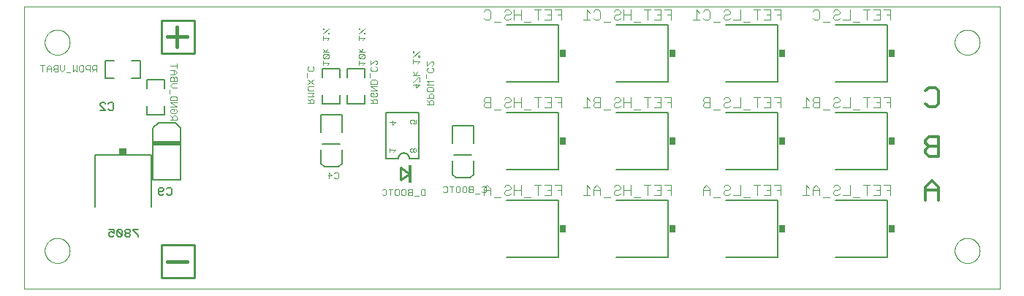
<source format=gbo>
G75*
%MOIN*%
%OFA0B0*%
%FSLAX25Y25*%
%IPPOS*%
%LPD*%
%AMOC8*
5,1,8,0,0,1.08239X$1,22.5*
%
%ADD10C,0.00000*%
%ADD11C,0.01800*%
%ADD12C,0.01000*%
%ADD13C,0.01200*%
%ADD14C,0.00500*%
%ADD15C,0.00800*%
%ADD16C,0.00400*%
%ADD17R,0.12000X0.02000*%
%ADD18R,0.01181X0.08268*%
%ADD19R,0.03000X0.03400*%
%ADD20R,0.03400X0.03000*%
%ADD21C,0.00300*%
D10*
X0006800Y0019300D02*
X0006800Y0148001D01*
X0451721Y0148001D01*
X0451721Y0019300D01*
X0006800Y0019300D01*
X0016091Y0036800D02*
X0016093Y0036951D01*
X0016099Y0037101D01*
X0016109Y0037252D01*
X0016123Y0037402D01*
X0016141Y0037551D01*
X0016162Y0037701D01*
X0016188Y0037849D01*
X0016218Y0037997D01*
X0016251Y0038144D01*
X0016289Y0038290D01*
X0016330Y0038435D01*
X0016375Y0038579D01*
X0016424Y0038721D01*
X0016477Y0038862D01*
X0016533Y0039002D01*
X0016593Y0039140D01*
X0016656Y0039277D01*
X0016724Y0039412D01*
X0016794Y0039545D01*
X0016868Y0039676D01*
X0016946Y0039805D01*
X0017027Y0039932D01*
X0017111Y0040057D01*
X0017199Y0040180D01*
X0017290Y0040300D01*
X0017384Y0040418D01*
X0017481Y0040533D01*
X0017581Y0040646D01*
X0017684Y0040756D01*
X0017790Y0040863D01*
X0017899Y0040968D01*
X0018010Y0041069D01*
X0018124Y0041168D01*
X0018240Y0041263D01*
X0018360Y0041356D01*
X0018481Y0041445D01*
X0018605Y0041531D01*
X0018731Y0041614D01*
X0018859Y0041693D01*
X0018989Y0041769D01*
X0019121Y0041842D01*
X0019255Y0041910D01*
X0019391Y0041976D01*
X0019529Y0042038D01*
X0019668Y0042096D01*
X0019808Y0042150D01*
X0019950Y0042201D01*
X0020093Y0042248D01*
X0020238Y0042291D01*
X0020383Y0042330D01*
X0020530Y0042366D01*
X0020677Y0042397D01*
X0020825Y0042425D01*
X0020974Y0042449D01*
X0021123Y0042469D01*
X0021273Y0042485D01*
X0021423Y0042497D01*
X0021574Y0042505D01*
X0021725Y0042509D01*
X0021875Y0042509D01*
X0022026Y0042505D01*
X0022177Y0042497D01*
X0022327Y0042485D01*
X0022477Y0042469D01*
X0022626Y0042449D01*
X0022775Y0042425D01*
X0022923Y0042397D01*
X0023070Y0042366D01*
X0023217Y0042330D01*
X0023362Y0042291D01*
X0023507Y0042248D01*
X0023650Y0042201D01*
X0023792Y0042150D01*
X0023932Y0042096D01*
X0024071Y0042038D01*
X0024209Y0041976D01*
X0024345Y0041910D01*
X0024479Y0041842D01*
X0024611Y0041769D01*
X0024741Y0041693D01*
X0024869Y0041614D01*
X0024995Y0041531D01*
X0025119Y0041445D01*
X0025240Y0041356D01*
X0025360Y0041263D01*
X0025476Y0041168D01*
X0025590Y0041069D01*
X0025701Y0040968D01*
X0025810Y0040863D01*
X0025916Y0040756D01*
X0026019Y0040646D01*
X0026119Y0040533D01*
X0026216Y0040418D01*
X0026310Y0040300D01*
X0026401Y0040180D01*
X0026489Y0040057D01*
X0026573Y0039932D01*
X0026654Y0039805D01*
X0026732Y0039676D01*
X0026806Y0039545D01*
X0026876Y0039412D01*
X0026944Y0039277D01*
X0027007Y0039140D01*
X0027067Y0039002D01*
X0027123Y0038862D01*
X0027176Y0038721D01*
X0027225Y0038579D01*
X0027270Y0038435D01*
X0027311Y0038290D01*
X0027349Y0038144D01*
X0027382Y0037997D01*
X0027412Y0037849D01*
X0027438Y0037701D01*
X0027459Y0037551D01*
X0027477Y0037402D01*
X0027491Y0037252D01*
X0027501Y0037101D01*
X0027507Y0036951D01*
X0027509Y0036800D01*
X0027507Y0036649D01*
X0027501Y0036499D01*
X0027491Y0036348D01*
X0027477Y0036198D01*
X0027459Y0036049D01*
X0027438Y0035899D01*
X0027412Y0035751D01*
X0027382Y0035603D01*
X0027349Y0035456D01*
X0027311Y0035310D01*
X0027270Y0035165D01*
X0027225Y0035021D01*
X0027176Y0034879D01*
X0027123Y0034738D01*
X0027067Y0034598D01*
X0027007Y0034460D01*
X0026944Y0034323D01*
X0026876Y0034188D01*
X0026806Y0034055D01*
X0026732Y0033924D01*
X0026654Y0033795D01*
X0026573Y0033668D01*
X0026489Y0033543D01*
X0026401Y0033420D01*
X0026310Y0033300D01*
X0026216Y0033182D01*
X0026119Y0033067D01*
X0026019Y0032954D01*
X0025916Y0032844D01*
X0025810Y0032737D01*
X0025701Y0032632D01*
X0025590Y0032531D01*
X0025476Y0032432D01*
X0025360Y0032337D01*
X0025240Y0032244D01*
X0025119Y0032155D01*
X0024995Y0032069D01*
X0024869Y0031986D01*
X0024741Y0031907D01*
X0024611Y0031831D01*
X0024479Y0031758D01*
X0024345Y0031690D01*
X0024209Y0031624D01*
X0024071Y0031562D01*
X0023932Y0031504D01*
X0023792Y0031450D01*
X0023650Y0031399D01*
X0023507Y0031352D01*
X0023362Y0031309D01*
X0023217Y0031270D01*
X0023070Y0031234D01*
X0022923Y0031203D01*
X0022775Y0031175D01*
X0022626Y0031151D01*
X0022477Y0031131D01*
X0022327Y0031115D01*
X0022177Y0031103D01*
X0022026Y0031095D01*
X0021875Y0031091D01*
X0021725Y0031091D01*
X0021574Y0031095D01*
X0021423Y0031103D01*
X0021273Y0031115D01*
X0021123Y0031131D01*
X0020974Y0031151D01*
X0020825Y0031175D01*
X0020677Y0031203D01*
X0020530Y0031234D01*
X0020383Y0031270D01*
X0020238Y0031309D01*
X0020093Y0031352D01*
X0019950Y0031399D01*
X0019808Y0031450D01*
X0019668Y0031504D01*
X0019529Y0031562D01*
X0019391Y0031624D01*
X0019255Y0031690D01*
X0019121Y0031758D01*
X0018989Y0031831D01*
X0018859Y0031907D01*
X0018731Y0031986D01*
X0018605Y0032069D01*
X0018481Y0032155D01*
X0018360Y0032244D01*
X0018240Y0032337D01*
X0018124Y0032432D01*
X0018010Y0032531D01*
X0017899Y0032632D01*
X0017790Y0032737D01*
X0017684Y0032844D01*
X0017581Y0032954D01*
X0017481Y0033067D01*
X0017384Y0033182D01*
X0017290Y0033300D01*
X0017199Y0033420D01*
X0017111Y0033543D01*
X0017027Y0033668D01*
X0016946Y0033795D01*
X0016868Y0033924D01*
X0016794Y0034055D01*
X0016724Y0034188D01*
X0016656Y0034323D01*
X0016593Y0034460D01*
X0016533Y0034598D01*
X0016477Y0034738D01*
X0016424Y0034879D01*
X0016375Y0035021D01*
X0016330Y0035165D01*
X0016289Y0035310D01*
X0016251Y0035456D01*
X0016218Y0035603D01*
X0016188Y0035751D01*
X0016162Y0035899D01*
X0016141Y0036049D01*
X0016123Y0036198D01*
X0016109Y0036348D01*
X0016099Y0036499D01*
X0016093Y0036649D01*
X0016091Y0036800D01*
X0016091Y0131800D02*
X0016093Y0131951D01*
X0016099Y0132101D01*
X0016109Y0132252D01*
X0016123Y0132402D01*
X0016141Y0132551D01*
X0016162Y0132701D01*
X0016188Y0132849D01*
X0016218Y0132997D01*
X0016251Y0133144D01*
X0016289Y0133290D01*
X0016330Y0133435D01*
X0016375Y0133579D01*
X0016424Y0133721D01*
X0016477Y0133862D01*
X0016533Y0134002D01*
X0016593Y0134140D01*
X0016656Y0134277D01*
X0016724Y0134412D01*
X0016794Y0134545D01*
X0016868Y0134676D01*
X0016946Y0134805D01*
X0017027Y0134932D01*
X0017111Y0135057D01*
X0017199Y0135180D01*
X0017290Y0135300D01*
X0017384Y0135418D01*
X0017481Y0135533D01*
X0017581Y0135646D01*
X0017684Y0135756D01*
X0017790Y0135863D01*
X0017899Y0135968D01*
X0018010Y0136069D01*
X0018124Y0136168D01*
X0018240Y0136263D01*
X0018360Y0136356D01*
X0018481Y0136445D01*
X0018605Y0136531D01*
X0018731Y0136614D01*
X0018859Y0136693D01*
X0018989Y0136769D01*
X0019121Y0136842D01*
X0019255Y0136910D01*
X0019391Y0136976D01*
X0019529Y0137038D01*
X0019668Y0137096D01*
X0019808Y0137150D01*
X0019950Y0137201D01*
X0020093Y0137248D01*
X0020238Y0137291D01*
X0020383Y0137330D01*
X0020530Y0137366D01*
X0020677Y0137397D01*
X0020825Y0137425D01*
X0020974Y0137449D01*
X0021123Y0137469D01*
X0021273Y0137485D01*
X0021423Y0137497D01*
X0021574Y0137505D01*
X0021725Y0137509D01*
X0021875Y0137509D01*
X0022026Y0137505D01*
X0022177Y0137497D01*
X0022327Y0137485D01*
X0022477Y0137469D01*
X0022626Y0137449D01*
X0022775Y0137425D01*
X0022923Y0137397D01*
X0023070Y0137366D01*
X0023217Y0137330D01*
X0023362Y0137291D01*
X0023507Y0137248D01*
X0023650Y0137201D01*
X0023792Y0137150D01*
X0023932Y0137096D01*
X0024071Y0137038D01*
X0024209Y0136976D01*
X0024345Y0136910D01*
X0024479Y0136842D01*
X0024611Y0136769D01*
X0024741Y0136693D01*
X0024869Y0136614D01*
X0024995Y0136531D01*
X0025119Y0136445D01*
X0025240Y0136356D01*
X0025360Y0136263D01*
X0025476Y0136168D01*
X0025590Y0136069D01*
X0025701Y0135968D01*
X0025810Y0135863D01*
X0025916Y0135756D01*
X0026019Y0135646D01*
X0026119Y0135533D01*
X0026216Y0135418D01*
X0026310Y0135300D01*
X0026401Y0135180D01*
X0026489Y0135057D01*
X0026573Y0134932D01*
X0026654Y0134805D01*
X0026732Y0134676D01*
X0026806Y0134545D01*
X0026876Y0134412D01*
X0026944Y0134277D01*
X0027007Y0134140D01*
X0027067Y0134002D01*
X0027123Y0133862D01*
X0027176Y0133721D01*
X0027225Y0133579D01*
X0027270Y0133435D01*
X0027311Y0133290D01*
X0027349Y0133144D01*
X0027382Y0132997D01*
X0027412Y0132849D01*
X0027438Y0132701D01*
X0027459Y0132551D01*
X0027477Y0132402D01*
X0027491Y0132252D01*
X0027501Y0132101D01*
X0027507Y0131951D01*
X0027509Y0131800D01*
X0027507Y0131649D01*
X0027501Y0131499D01*
X0027491Y0131348D01*
X0027477Y0131198D01*
X0027459Y0131049D01*
X0027438Y0130899D01*
X0027412Y0130751D01*
X0027382Y0130603D01*
X0027349Y0130456D01*
X0027311Y0130310D01*
X0027270Y0130165D01*
X0027225Y0130021D01*
X0027176Y0129879D01*
X0027123Y0129738D01*
X0027067Y0129598D01*
X0027007Y0129460D01*
X0026944Y0129323D01*
X0026876Y0129188D01*
X0026806Y0129055D01*
X0026732Y0128924D01*
X0026654Y0128795D01*
X0026573Y0128668D01*
X0026489Y0128543D01*
X0026401Y0128420D01*
X0026310Y0128300D01*
X0026216Y0128182D01*
X0026119Y0128067D01*
X0026019Y0127954D01*
X0025916Y0127844D01*
X0025810Y0127737D01*
X0025701Y0127632D01*
X0025590Y0127531D01*
X0025476Y0127432D01*
X0025360Y0127337D01*
X0025240Y0127244D01*
X0025119Y0127155D01*
X0024995Y0127069D01*
X0024869Y0126986D01*
X0024741Y0126907D01*
X0024611Y0126831D01*
X0024479Y0126758D01*
X0024345Y0126690D01*
X0024209Y0126624D01*
X0024071Y0126562D01*
X0023932Y0126504D01*
X0023792Y0126450D01*
X0023650Y0126399D01*
X0023507Y0126352D01*
X0023362Y0126309D01*
X0023217Y0126270D01*
X0023070Y0126234D01*
X0022923Y0126203D01*
X0022775Y0126175D01*
X0022626Y0126151D01*
X0022477Y0126131D01*
X0022327Y0126115D01*
X0022177Y0126103D01*
X0022026Y0126095D01*
X0021875Y0126091D01*
X0021725Y0126091D01*
X0021574Y0126095D01*
X0021423Y0126103D01*
X0021273Y0126115D01*
X0021123Y0126131D01*
X0020974Y0126151D01*
X0020825Y0126175D01*
X0020677Y0126203D01*
X0020530Y0126234D01*
X0020383Y0126270D01*
X0020238Y0126309D01*
X0020093Y0126352D01*
X0019950Y0126399D01*
X0019808Y0126450D01*
X0019668Y0126504D01*
X0019529Y0126562D01*
X0019391Y0126624D01*
X0019255Y0126690D01*
X0019121Y0126758D01*
X0018989Y0126831D01*
X0018859Y0126907D01*
X0018731Y0126986D01*
X0018605Y0127069D01*
X0018481Y0127155D01*
X0018360Y0127244D01*
X0018240Y0127337D01*
X0018124Y0127432D01*
X0018010Y0127531D01*
X0017899Y0127632D01*
X0017790Y0127737D01*
X0017684Y0127844D01*
X0017581Y0127954D01*
X0017481Y0128067D01*
X0017384Y0128182D01*
X0017290Y0128300D01*
X0017199Y0128420D01*
X0017111Y0128543D01*
X0017027Y0128668D01*
X0016946Y0128795D01*
X0016868Y0128924D01*
X0016794Y0129055D01*
X0016724Y0129188D01*
X0016656Y0129323D01*
X0016593Y0129460D01*
X0016533Y0129598D01*
X0016477Y0129738D01*
X0016424Y0129879D01*
X0016375Y0130021D01*
X0016330Y0130165D01*
X0016289Y0130310D01*
X0016251Y0130456D01*
X0016218Y0130603D01*
X0016188Y0130751D01*
X0016162Y0130899D01*
X0016141Y0131049D01*
X0016123Y0131198D01*
X0016109Y0131348D01*
X0016099Y0131499D01*
X0016093Y0131649D01*
X0016091Y0131800D01*
X0431091Y0131800D02*
X0431093Y0131951D01*
X0431099Y0132101D01*
X0431109Y0132252D01*
X0431123Y0132402D01*
X0431141Y0132551D01*
X0431162Y0132701D01*
X0431188Y0132849D01*
X0431218Y0132997D01*
X0431251Y0133144D01*
X0431289Y0133290D01*
X0431330Y0133435D01*
X0431375Y0133579D01*
X0431424Y0133721D01*
X0431477Y0133862D01*
X0431533Y0134002D01*
X0431593Y0134140D01*
X0431656Y0134277D01*
X0431724Y0134412D01*
X0431794Y0134545D01*
X0431868Y0134676D01*
X0431946Y0134805D01*
X0432027Y0134932D01*
X0432111Y0135057D01*
X0432199Y0135180D01*
X0432290Y0135300D01*
X0432384Y0135418D01*
X0432481Y0135533D01*
X0432581Y0135646D01*
X0432684Y0135756D01*
X0432790Y0135863D01*
X0432899Y0135968D01*
X0433010Y0136069D01*
X0433124Y0136168D01*
X0433240Y0136263D01*
X0433360Y0136356D01*
X0433481Y0136445D01*
X0433605Y0136531D01*
X0433731Y0136614D01*
X0433859Y0136693D01*
X0433989Y0136769D01*
X0434121Y0136842D01*
X0434255Y0136910D01*
X0434391Y0136976D01*
X0434529Y0137038D01*
X0434668Y0137096D01*
X0434808Y0137150D01*
X0434950Y0137201D01*
X0435093Y0137248D01*
X0435238Y0137291D01*
X0435383Y0137330D01*
X0435530Y0137366D01*
X0435677Y0137397D01*
X0435825Y0137425D01*
X0435974Y0137449D01*
X0436123Y0137469D01*
X0436273Y0137485D01*
X0436423Y0137497D01*
X0436574Y0137505D01*
X0436725Y0137509D01*
X0436875Y0137509D01*
X0437026Y0137505D01*
X0437177Y0137497D01*
X0437327Y0137485D01*
X0437477Y0137469D01*
X0437626Y0137449D01*
X0437775Y0137425D01*
X0437923Y0137397D01*
X0438070Y0137366D01*
X0438217Y0137330D01*
X0438362Y0137291D01*
X0438507Y0137248D01*
X0438650Y0137201D01*
X0438792Y0137150D01*
X0438932Y0137096D01*
X0439071Y0137038D01*
X0439209Y0136976D01*
X0439345Y0136910D01*
X0439479Y0136842D01*
X0439611Y0136769D01*
X0439741Y0136693D01*
X0439869Y0136614D01*
X0439995Y0136531D01*
X0440119Y0136445D01*
X0440240Y0136356D01*
X0440360Y0136263D01*
X0440476Y0136168D01*
X0440590Y0136069D01*
X0440701Y0135968D01*
X0440810Y0135863D01*
X0440916Y0135756D01*
X0441019Y0135646D01*
X0441119Y0135533D01*
X0441216Y0135418D01*
X0441310Y0135300D01*
X0441401Y0135180D01*
X0441489Y0135057D01*
X0441573Y0134932D01*
X0441654Y0134805D01*
X0441732Y0134676D01*
X0441806Y0134545D01*
X0441876Y0134412D01*
X0441944Y0134277D01*
X0442007Y0134140D01*
X0442067Y0134002D01*
X0442123Y0133862D01*
X0442176Y0133721D01*
X0442225Y0133579D01*
X0442270Y0133435D01*
X0442311Y0133290D01*
X0442349Y0133144D01*
X0442382Y0132997D01*
X0442412Y0132849D01*
X0442438Y0132701D01*
X0442459Y0132551D01*
X0442477Y0132402D01*
X0442491Y0132252D01*
X0442501Y0132101D01*
X0442507Y0131951D01*
X0442509Y0131800D01*
X0442507Y0131649D01*
X0442501Y0131499D01*
X0442491Y0131348D01*
X0442477Y0131198D01*
X0442459Y0131049D01*
X0442438Y0130899D01*
X0442412Y0130751D01*
X0442382Y0130603D01*
X0442349Y0130456D01*
X0442311Y0130310D01*
X0442270Y0130165D01*
X0442225Y0130021D01*
X0442176Y0129879D01*
X0442123Y0129738D01*
X0442067Y0129598D01*
X0442007Y0129460D01*
X0441944Y0129323D01*
X0441876Y0129188D01*
X0441806Y0129055D01*
X0441732Y0128924D01*
X0441654Y0128795D01*
X0441573Y0128668D01*
X0441489Y0128543D01*
X0441401Y0128420D01*
X0441310Y0128300D01*
X0441216Y0128182D01*
X0441119Y0128067D01*
X0441019Y0127954D01*
X0440916Y0127844D01*
X0440810Y0127737D01*
X0440701Y0127632D01*
X0440590Y0127531D01*
X0440476Y0127432D01*
X0440360Y0127337D01*
X0440240Y0127244D01*
X0440119Y0127155D01*
X0439995Y0127069D01*
X0439869Y0126986D01*
X0439741Y0126907D01*
X0439611Y0126831D01*
X0439479Y0126758D01*
X0439345Y0126690D01*
X0439209Y0126624D01*
X0439071Y0126562D01*
X0438932Y0126504D01*
X0438792Y0126450D01*
X0438650Y0126399D01*
X0438507Y0126352D01*
X0438362Y0126309D01*
X0438217Y0126270D01*
X0438070Y0126234D01*
X0437923Y0126203D01*
X0437775Y0126175D01*
X0437626Y0126151D01*
X0437477Y0126131D01*
X0437327Y0126115D01*
X0437177Y0126103D01*
X0437026Y0126095D01*
X0436875Y0126091D01*
X0436725Y0126091D01*
X0436574Y0126095D01*
X0436423Y0126103D01*
X0436273Y0126115D01*
X0436123Y0126131D01*
X0435974Y0126151D01*
X0435825Y0126175D01*
X0435677Y0126203D01*
X0435530Y0126234D01*
X0435383Y0126270D01*
X0435238Y0126309D01*
X0435093Y0126352D01*
X0434950Y0126399D01*
X0434808Y0126450D01*
X0434668Y0126504D01*
X0434529Y0126562D01*
X0434391Y0126624D01*
X0434255Y0126690D01*
X0434121Y0126758D01*
X0433989Y0126831D01*
X0433859Y0126907D01*
X0433731Y0126986D01*
X0433605Y0127069D01*
X0433481Y0127155D01*
X0433360Y0127244D01*
X0433240Y0127337D01*
X0433124Y0127432D01*
X0433010Y0127531D01*
X0432899Y0127632D01*
X0432790Y0127737D01*
X0432684Y0127844D01*
X0432581Y0127954D01*
X0432481Y0128067D01*
X0432384Y0128182D01*
X0432290Y0128300D01*
X0432199Y0128420D01*
X0432111Y0128543D01*
X0432027Y0128668D01*
X0431946Y0128795D01*
X0431868Y0128924D01*
X0431794Y0129055D01*
X0431724Y0129188D01*
X0431656Y0129323D01*
X0431593Y0129460D01*
X0431533Y0129598D01*
X0431477Y0129738D01*
X0431424Y0129879D01*
X0431375Y0130021D01*
X0431330Y0130165D01*
X0431289Y0130310D01*
X0431251Y0130456D01*
X0431218Y0130603D01*
X0431188Y0130751D01*
X0431162Y0130899D01*
X0431141Y0131049D01*
X0431123Y0131198D01*
X0431109Y0131348D01*
X0431099Y0131499D01*
X0431093Y0131649D01*
X0431091Y0131800D01*
X0431091Y0036800D02*
X0431093Y0036951D01*
X0431099Y0037101D01*
X0431109Y0037252D01*
X0431123Y0037402D01*
X0431141Y0037551D01*
X0431162Y0037701D01*
X0431188Y0037849D01*
X0431218Y0037997D01*
X0431251Y0038144D01*
X0431289Y0038290D01*
X0431330Y0038435D01*
X0431375Y0038579D01*
X0431424Y0038721D01*
X0431477Y0038862D01*
X0431533Y0039002D01*
X0431593Y0039140D01*
X0431656Y0039277D01*
X0431724Y0039412D01*
X0431794Y0039545D01*
X0431868Y0039676D01*
X0431946Y0039805D01*
X0432027Y0039932D01*
X0432111Y0040057D01*
X0432199Y0040180D01*
X0432290Y0040300D01*
X0432384Y0040418D01*
X0432481Y0040533D01*
X0432581Y0040646D01*
X0432684Y0040756D01*
X0432790Y0040863D01*
X0432899Y0040968D01*
X0433010Y0041069D01*
X0433124Y0041168D01*
X0433240Y0041263D01*
X0433360Y0041356D01*
X0433481Y0041445D01*
X0433605Y0041531D01*
X0433731Y0041614D01*
X0433859Y0041693D01*
X0433989Y0041769D01*
X0434121Y0041842D01*
X0434255Y0041910D01*
X0434391Y0041976D01*
X0434529Y0042038D01*
X0434668Y0042096D01*
X0434808Y0042150D01*
X0434950Y0042201D01*
X0435093Y0042248D01*
X0435238Y0042291D01*
X0435383Y0042330D01*
X0435530Y0042366D01*
X0435677Y0042397D01*
X0435825Y0042425D01*
X0435974Y0042449D01*
X0436123Y0042469D01*
X0436273Y0042485D01*
X0436423Y0042497D01*
X0436574Y0042505D01*
X0436725Y0042509D01*
X0436875Y0042509D01*
X0437026Y0042505D01*
X0437177Y0042497D01*
X0437327Y0042485D01*
X0437477Y0042469D01*
X0437626Y0042449D01*
X0437775Y0042425D01*
X0437923Y0042397D01*
X0438070Y0042366D01*
X0438217Y0042330D01*
X0438362Y0042291D01*
X0438507Y0042248D01*
X0438650Y0042201D01*
X0438792Y0042150D01*
X0438932Y0042096D01*
X0439071Y0042038D01*
X0439209Y0041976D01*
X0439345Y0041910D01*
X0439479Y0041842D01*
X0439611Y0041769D01*
X0439741Y0041693D01*
X0439869Y0041614D01*
X0439995Y0041531D01*
X0440119Y0041445D01*
X0440240Y0041356D01*
X0440360Y0041263D01*
X0440476Y0041168D01*
X0440590Y0041069D01*
X0440701Y0040968D01*
X0440810Y0040863D01*
X0440916Y0040756D01*
X0441019Y0040646D01*
X0441119Y0040533D01*
X0441216Y0040418D01*
X0441310Y0040300D01*
X0441401Y0040180D01*
X0441489Y0040057D01*
X0441573Y0039932D01*
X0441654Y0039805D01*
X0441732Y0039676D01*
X0441806Y0039545D01*
X0441876Y0039412D01*
X0441944Y0039277D01*
X0442007Y0039140D01*
X0442067Y0039002D01*
X0442123Y0038862D01*
X0442176Y0038721D01*
X0442225Y0038579D01*
X0442270Y0038435D01*
X0442311Y0038290D01*
X0442349Y0038144D01*
X0442382Y0037997D01*
X0442412Y0037849D01*
X0442438Y0037701D01*
X0442459Y0037551D01*
X0442477Y0037402D01*
X0442491Y0037252D01*
X0442501Y0037101D01*
X0442507Y0036951D01*
X0442509Y0036800D01*
X0442507Y0036649D01*
X0442501Y0036499D01*
X0442491Y0036348D01*
X0442477Y0036198D01*
X0442459Y0036049D01*
X0442438Y0035899D01*
X0442412Y0035751D01*
X0442382Y0035603D01*
X0442349Y0035456D01*
X0442311Y0035310D01*
X0442270Y0035165D01*
X0442225Y0035021D01*
X0442176Y0034879D01*
X0442123Y0034738D01*
X0442067Y0034598D01*
X0442007Y0034460D01*
X0441944Y0034323D01*
X0441876Y0034188D01*
X0441806Y0034055D01*
X0441732Y0033924D01*
X0441654Y0033795D01*
X0441573Y0033668D01*
X0441489Y0033543D01*
X0441401Y0033420D01*
X0441310Y0033300D01*
X0441216Y0033182D01*
X0441119Y0033067D01*
X0441019Y0032954D01*
X0440916Y0032844D01*
X0440810Y0032737D01*
X0440701Y0032632D01*
X0440590Y0032531D01*
X0440476Y0032432D01*
X0440360Y0032337D01*
X0440240Y0032244D01*
X0440119Y0032155D01*
X0439995Y0032069D01*
X0439869Y0031986D01*
X0439741Y0031907D01*
X0439611Y0031831D01*
X0439479Y0031758D01*
X0439345Y0031690D01*
X0439209Y0031624D01*
X0439071Y0031562D01*
X0438932Y0031504D01*
X0438792Y0031450D01*
X0438650Y0031399D01*
X0438507Y0031352D01*
X0438362Y0031309D01*
X0438217Y0031270D01*
X0438070Y0031234D01*
X0437923Y0031203D01*
X0437775Y0031175D01*
X0437626Y0031151D01*
X0437477Y0031131D01*
X0437327Y0031115D01*
X0437177Y0031103D01*
X0437026Y0031095D01*
X0436875Y0031091D01*
X0436725Y0031091D01*
X0436574Y0031095D01*
X0436423Y0031103D01*
X0436273Y0031115D01*
X0436123Y0031131D01*
X0435974Y0031151D01*
X0435825Y0031175D01*
X0435677Y0031203D01*
X0435530Y0031234D01*
X0435383Y0031270D01*
X0435238Y0031309D01*
X0435093Y0031352D01*
X0434950Y0031399D01*
X0434808Y0031450D01*
X0434668Y0031504D01*
X0434529Y0031562D01*
X0434391Y0031624D01*
X0434255Y0031690D01*
X0434121Y0031758D01*
X0433989Y0031831D01*
X0433859Y0031907D01*
X0433731Y0031986D01*
X0433605Y0032069D01*
X0433481Y0032155D01*
X0433360Y0032244D01*
X0433240Y0032337D01*
X0433124Y0032432D01*
X0433010Y0032531D01*
X0432899Y0032632D01*
X0432790Y0032737D01*
X0432684Y0032844D01*
X0432581Y0032954D01*
X0432481Y0033067D01*
X0432384Y0033182D01*
X0432290Y0033300D01*
X0432199Y0033420D01*
X0432111Y0033543D01*
X0432027Y0033668D01*
X0431946Y0033795D01*
X0431868Y0033924D01*
X0431794Y0034055D01*
X0431724Y0034188D01*
X0431656Y0034323D01*
X0431593Y0034460D01*
X0431533Y0034598D01*
X0431477Y0034738D01*
X0431424Y0034879D01*
X0431375Y0035021D01*
X0431330Y0035165D01*
X0431289Y0035310D01*
X0431251Y0035456D01*
X0431218Y0035603D01*
X0431188Y0035751D01*
X0431162Y0035899D01*
X0431141Y0036049D01*
X0431123Y0036198D01*
X0431109Y0036348D01*
X0431099Y0036499D01*
X0431093Y0036649D01*
X0431091Y0036800D01*
D11*
X0080900Y0031806D02*
X0072092Y0031806D01*
X0076496Y0129902D02*
X0076496Y0138709D01*
X0080900Y0134306D02*
X0072092Y0134306D01*
D12*
X0069300Y0141800D02*
X0069300Y0126800D01*
X0084300Y0126800D01*
X0084300Y0141800D01*
X0069300Y0141800D01*
X0178316Y0074753D02*
X0178316Y0069044D01*
X0182450Y0071800D01*
X0178316Y0074753D01*
X0084300Y0039300D02*
X0084300Y0024300D01*
X0069300Y0024300D01*
X0069300Y0039300D01*
X0084300Y0039300D01*
D13*
X0417828Y0059900D02*
X0417828Y0065772D01*
X0420764Y0068708D01*
X0423700Y0065772D01*
X0423700Y0059900D01*
X0423700Y0064304D02*
X0417828Y0064304D01*
X0419296Y0079900D02*
X0423700Y0079900D01*
X0423700Y0088708D01*
X0419296Y0088708D01*
X0417828Y0087240D01*
X0417828Y0085772D01*
X0419296Y0084304D01*
X0423700Y0084304D01*
X0419296Y0084304D02*
X0417828Y0082836D01*
X0417828Y0081368D01*
X0419296Y0079900D01*
X0419296Y0102400D02*
X0417828Y0103868D01*
X0419296Y0102400D02*
X0422232Y0102400D01*
X0423700Y0103868D01*
X0423700Y0109740D01*
X0422232Y0111208D01*
X0419296Y0111208D01*
X0417828Y0109740D01*
D14*
X0210800Y0080300D02*
X0202800Y0080300D01*
X0186800Y0078800D02*
X0186800Y0099800D01*
X0171800Y0099800D01*
X0171800Y0078800D01*
X0177300Y0078800D01*
X0177302Y0078898D01*
X0177308Y0078996D01*
X0177317Y0079094D01*
X0177331Y0079191D01*
X0177348Y0079288D01*
X0177369Y0079384D01*
X0177394Y0079479D01*
X0177422Y0079573D01*
X0177455Y0079665D01*
X0177490Y0079757D01*
X0177530Y0079847D01*
X0177572Y0079935D01*
X0177619Y0080022D01*
X0177668Y0080106D01*
X0177721Y0080189D01*
X0177777Y0080269D01*
X0177837Y0080348D01*
X0177899Y0080424D01*
X0177964Y0080497D01*
X0178032Y0080568D01*
X0178103Y0080636D01*
X0178176Y0080701D01*
X0178252Y0080763D01*
X0178331Y0080823D01*
X0178411Y0080879D01*
X0178494Y0080932D01*
X0178578Y0080981D01*
X0178665Y0081028D01*
X0178753Y0081070D01*
X0178843Y0081110D01*
X0178935Y0081145D01*
X0179027Y0081178D01*
X0179121Y0081206D01*
X0179216Y0081231D01*
X0179312Y0081252D01*
X0179409Y0081269D01*
X0179506Y0081283D01*
X0179604Y0081292D01*
X0179702Y0081298D01*
X0179800Y0081300D01*
X0179898Y0081298D01*
X0179996Y0081292D01*
X0180094Y0081283D01*
X0180191Y0081269D01*
X0180288Y0081252D01*
X0180384Y0081231D01*
X0180479Y0081206D01*
X0180573Y0081178D01*
X0180665Y0081145D01*
X0180757Y0081110D01*
X0180847Y0081070D01*
X0180935Y0081028D01*
X0181022Y0080981D01*
X0181106Y0080932D01*
X0181189Y0080879D01*
X0181269Y0080823D01*
X0181348Y0080763D01*
X0181424Y0080701D01*
X0181497Y0080636D01*
X0181568Y0080568D01*
X0181636Y0080497D01*
X0181701Y0080424D01*
X0181763Y0080348D01*
X0181823Y0080269D01*
X0181879Y0080189D01*
X0181932Y0080106D01*
X0181981Y0080022D01*
X0182028Y0079935D01*
X0182070Y0079847D01*
X0182110Y0079757D01*
X0182145Y0079665D01*
X0182178Y0079573D01*
X0182206Y0079479D01*
X0182231Y0079384D01*
X0182252Y0079288D01*
X0182269Y0079191D01*
X0182283Y0079094D01*
X0182292Y0078996D01*
X0182298Y0078898D01*
X0182300Y0078800D01*
X0186800Y0078800D01*
X0150800Y0085300D02*
X0142800Y0085300D01*
X0142800Y0103800D02*
X0142800Y0107800D01*
X0142800Y0103800D02*
X0150800Y0103800D01*
X0150800Y0107800D01*
X0154050Y0107800D02*
X0154050Y0103800D01*
X0162050Y0103800D01*
X0162050Y0107800D01*
X0162050Y0115800D02*
X0162050Y0119800D01*
X0154050Y0119800D01*
X0154050Y0115800D01*
X0150800Y0115800D02*
X0150800Y0119800D01*
X0142800Y0119800D01*
X0142800Y0115800D01*
X0078099Y0092824D02*
X0075737Y0095186D01*
X0067863Y0095186D01*
X0065501Y0092824D01*
X0065501Y0069202D01*
X0078099Y0069202D01*
X0078099Y0092824D01*
X0070800Y0098800D02*
X0062800Y0098800D01*
X0062800Y0102800D01*
X0070800Y0102800D02*
X0070800Y0098800D01*
X0047479Y0101439D02*
X0046895Y0100855D01*
X0045728Y0100855D01*
X0045144Y0101439D01*
X0043796Y0100855D02*
X0041461Y0103190D01*
X0041461Y0103774D01*
X0042045Y0104358D01*
X0043212Y0104358D01*
X0043796Y0103774D01*
X0045144Y0103774D02*
X0045728Y0104358D01*
X0046895Y0104358D01*
X0047479Y0103774D01*
X0047479Y0101439D01*
X0043796Y0100855D02*
X0041461Y0100855D01*
X0062800Y0110800D02*
X0062800Y0114800D01*
X0070800Y0114800D01*
X0070800Y0110800D01*
X0059800Y0115300D02*
X0055800Y0115300D01*
X0059800Y0115300D02*
X0059800Y0123300D01*
X0055800Y0123300D01*
X0047800Y0123300D02*
X0043800Y0123300D01*
X0043800Y0115300D01*
X0047800Y0115300D01*
X0068615Y0065553D02*
X0069783Y0065553D01*
X0070367Y0064969D01*
X0070367Y0064385D01*
X0069783Y0063801D01*
X0068032Y0063801D01*
X0068032Y0062634D02*
X0068032Y0064969D01*
X0068615Y0065553D01*
X0071715Y0064969D02*
X0072299Y0065553D01*
X0073466Y0065553D01*
X0074050Y0064969D01*
X0074050Y0062634D01*
X0073466Y0062050D01*
X0072299Y0062050D01*
X0071715Y0062634D01*
X0070367Y0062634D02*
X0069783Y0062050D01*
X0068615Y0062050D01*
X0068032Y0062634D01*
X0058783Y0046553D02*
X0056447Y0046553D01*
X0056447Y0045969D01*
X0058783Y0043634D01*
X0058783Y0043050D01*
X0055099Y0043634D02*
X0055099Y0044218D01*
X0054516Y0044801D01*
X0053348Y0044801D01*
X0052764Y0044218D01*
X0052764Y0043634D01*
X0053348Y0043050D01*
X0054516Y0043050D01*
X0055099Y0043634D01*
X0054516Y0044801D02*
X0055099Y0045385D01*
X0055099Y0045969D01*
X0054516Y0046553D01*
X0053348Y0046553D01*
X0052764Y0045969D01*
X0052764Y0045385D01*
X0053348Y0044801D01*
X0051416Y0043634D02*
X0051416Y0045969D01*
X0050832Y0046553D01*
X0049665Y0046553D01*
X0049081Y0045969D01*
X0051416Y0043634D01*
X0050832Y0043050D01*
X0049665Y0043050D01*
X0049081Y0043634D01*
X0049081Y0045969D01*
X0047733Y0046553D02*
X0047733Y0044801D01*
X0046566Y0045385D01*
X0045982Y0045385D01*
X0045398Y0044801D01*
X0045398Y0043634D01*
X0045982Y0043050D01*
X0047149Y0043050D01*
X0047733Y0043634D01*
X0047733Y0046553D02*
X0045398Y0046553D01*
D15*
X0038900Y0056700D02*
X0038898Y0080300D01*
X0064702Y0080300D01*
X0064700Y0056700D01*
X0142076Y0076564D02*
X0142076Y0082863D01*
X0151524Y0082863D02*
X0151524Y0076564D01*
X0149950Y0074989D01*
X0143650Y0074989D01*
X0142076Y0076564D01*
X0142076Y0090737D02*
X0142076Y0098611D01*
X0151524Y0098611D01*
X0151524Y0090737D01*
X0202076Y0093611D02*
X0202076Y0085737D01*
X0211524Y0085737D02*
X0211524Y0093611D01*
X0202076Y0093611D01*
X0226700Y0099700D02*
X0250300Y0099702D01*
X0250300Y0073898D01*
X0226700Y0073900D01*
X0211524Y0071564D02*
X0209950Y0069989D01*
X0203650Y0069989D01*
X0202076Y0071564D01*
X0202076Y0077863D01*
X0211524Y0077863D02*
X0211524Y0071564D01*
X0226700Y0059700D02*
X0250300Y0059702D01*
X0250300Y0033898D01*
X0226700Y0033900D01*
X0276700Y0033900D02*
X0300300Y0033898D01*
X0300300Y0059702D01*
X0276700Y0059700D01*
X0276700Y0073900D02*
X0300300Y0073898D01*
X0300300Y0099702D01*
X0276700Y0099700D01*
X0276700Y0113900D02*
X0300300Y0113898D01*
X0300300Y0139702D01*
X0276700Y0139700D01*
X0250300Y0139702D02*
X0226700Y0139700D01*
X0250300Y0139702D02*
X0250300Y0113898D01*
X0226700Y0113900D01*
X0326700Y0113900D02*
X0350300Y0113898D01*
X0350300Y0139702D01*
X0326700Y0139700D01*
X0376700Y0139700D02*
X0400300Y0139702D01*
X0400300Y0113898D01*
X0376700Y0113900D01*
X0376700Y0099700D02*
X0400300Y0099702D01*
X0400300Y0073898D01*
X0376700Y0073900D01*
X0350300Y0073898D02*
X0350300Y0099702D01*
X0326700Y0099700D01*
X0326700Y0073900D02*
X0350300Y0073898D01*
X0350300Y0059702D02*
X0326700Y0059700D01*
X0350300Y0059702D02*
X0350300Y0033898D01*
X0326700Y0033900D01*
X0376700Y0033900D02*
X0400300Y0033898D01*
X0400300Y0059702D01*
X0376700Y0059700D01*
D16*
X0373976Y0061233D02*
X0370907Y0061233D01*
X0369373Y0062000D02*
X0369373Y0065069D01*
X0367838Y0066604D01*
X0366303Y0065069D01*
X0366303Y0062000D01*
X0364769Y0062000D02*
X0361699Y0062000D01*
X0363234Y0062000D02*
X0363234Y0066604D01*
X0364769Y0065069D01*
X0366303Y0064302D02*
X0369373Y0064302D01*
X0375511Y0063535D02*
X0375511Y0062767D01*
X0376278Y0062000D01*
X0377813Y0062000D01*
X0378580Y0062767D01*
X0377813Y0064302D02*
X0376278Y0064302D01*
X0375511Y0063535D01*
X0375511Y0065837D02*
X0376278Y0066604D01*
X0377813Y0066604D01*
X0378580Y0065837D01*
X0378580Y0065069D01*
X0377813Y0064302D01*
X0380115Y0062000D02*
X0383184Y0062000D01*
X0383184Y0066604D01*
X0389323Y0066604D02*
X0392392Y0066604D01*
X0390858Y0066604D02*
X0390858Y0062000D01*
X0393927Y0062000D02*
X0396996Y0062000D01*
X0396996Y0066604D01*
X0393927Y0066604D01*
X0395461Y0064302D02*
X0396996Y0064302D01*
X0398531Y0066604D02*
X0401600Y0066604D01*
X0401600Y0062000D01*
X0401600Y0064302D02*
X0400065Y0064302D01*
X0387788Y0061233D02*
X0384719Y0061233D01*
X0351600Y0062000D02*
X0351600Y0066604D01*
X0348531Y0066604D01*
X0346996Y0066604D02*
X0346996Y0062000D01*
X0343927Y0062000D01*
X0345461Y0064302D02*
X0346996Y0064302D01*
X0346996Y0066604D02*
X0343927Y0066604D01*
X0342392Y0066604D02*
X0339323Y0066604D01*
X0340858Y0066604D02*
X0340858Y0062000D01*
X0337788Y0061233D02*
X0334719Y0061233D01*
X0333184Y0062000D02*
X0330115Y0062000D01*
X0328580Y0062767D02*
X0327813Y0062000D01*
X0326278Y0062000D01*
X0325511Y0062767D01*
X0325511Y0063535D01*
X0326278Y0064302D01*
X0327813Y0064302D01*
X0328580Y0065069D01*
X0328580Y0065837D01*
X0327813Y0066604D01*
X0326278Y0066604D01*
X0325511Y0065837D01*
X0319373Y0065069D02*
X0317838Y0066604D01*
X0316303Y0065069D01*
X0316303Y0062000D01*
X0316303Y0064302D02*
X0319373Y0064302D01*
X0319373Y0065069D02*
X0319373Y0062000D01*
X0320907Y0061233D02*
X0323976Y0061233D01*
X0333184Y0062000D02*
X0333184Y0066604D01*
X0350065Y0064302D02*
X0351600Y0064302D01*
X0301600Y0064302D02*
X0300065Y0064302D01*
X0301600Y0066604D02*
X0298531Y0066604D01*
X0296996Y0066604D02*
X0296996Y0062000D01*
X0293927Y0062000D01*
X0295461Y0064302D02*
X0296996Y0064302D01*
X0296996Y0066604D02*
X0293927Y0066604D01*
X0292392Y0066604D02*
X0289323Y0066604D01*
X0290858Y0066604D02*
X0290858Y0062000D01*
X0287788Y0061233D02*
X0284719Y0061233D01*
X0283184Y0062000D02*
X0283184Y0066604D01*
X0283184Y0064302D02*
X0280115Y0064302D01*
X0278580Y0065069D02*
X0277813Y0064302D01*
X0276278Y0064302D01*
X0275511Y0063535D01*
X0275511Y0062767D01*
X0276278Y0062000D01*
X0277813Y0062000D01*
X0278580Y0062767D01*
X0280115Y0062000D02*
X0280115Y0066604D01*
X0278580Y0065837D02*
X0278580Y0065069D01*
X0278580Y0065837D02*
X0277813Y0066604D01*
X0276278Y0066604D01*
X0275511Y0065837D01*
X0269373Y0065069D02*
X0267838Y0066604D01*
X0266303Y0065069D01*
X0266303Y0062000D01*
X0264769Y0062000D02*
X0261699Y0062000D01*
X0263234Y0062000D02*
X0263234Y0066604D01*
X0264769Y0065069D01*
X0266303Y0064302D02*
X0269373Y0064302D01*
X0269373Y0065069D02*
X0269373Y0062000D01*
X0270907Y0061233D02*
X0273976Y0061233D01*
X0251600Y0062000D02*
X0251600Y0066604D01*
X0248531Y0066604D01*
X0246996Y0066604D02*
X0246996Y0062000D01*
X0243927Y0062000D01*
X0245461Y0064302D02*
X0246996Y0064302D01*
X0246996Y0066604D02*
X0243927Y0066604D01*
X0242392Y0066604D02*
X0239323Y0066604D01*
X0240858Y0066604D02*
X0240858Y0062000D01*
X0237788Y0061233D02*
X0234719Y0061233D01*
X0233184Y0062000D02*
X0233184Y0066604D01*
X0233184Y0064302D02*
X0230115Y0064302D01*
X0228580Y0065069D02*
X0227813Y0064302D01*
X0226278Y0064302D01*
X0225511Y0063535D01*
X0225511Y0062767D01*
X0226278Y0062000D01*
X0227813Y0062000D01*
X0228580Y0062767D01*
X0230115Y0062000D02*
X0230115Y0066604D01*
X0228580Y0065837D02*
X0228580Y0065069D01*
X0228580Y0065837D02*
X0227813Y0066604D01*
X0226278Y0066604D01*
X0225511Y0065837D01*
X0219373Y0065069D02*
X0217838Y0066604D01*
X0216303Y0065069D01*
X0216303Y0062000D01*
X0216759Y0063363D02*
X0215824Y0063363D01*
X0215357Y0063830D01*
X0216303Y0064302D02*
X0219373Y0064302D01*
X0219373Y0065069D02*
X0219373Y0062000D01*
X0220907Y0061233D02*
X0223976Y0061233D01*
X0217226Y0063830D02*
X0216759Y0063363D01*
X0217226Y0063830D02*
X0217226Y0065698D01*
X0216759Y0066165D01*
X0215824Y0066165D01*
X0215357Y0065698D01*
X0211333Y0066165D02*
X0209931Y0066165D01*
X0209464Y0065698D01*
X0209464Y0065231D01*
X0209931Y0064764D01*
X0211333Y0064764D01*
X0211333Y0063363D02*
X0209931Y0063363D01*
X0209464Y0063830D01*
X0209464Y0064297D01*
X0209931Y0064764D01*
X0208386Y0063830D02*
X0207919Y0063363D01*
X0206985Y0063363D01*
X0206518Y0063830D01*
X0206518Y0065698D01*
X0206985Y0066165D01*
X0207919Y0066165D01*
X0208386Y0065698D01*
X0208386Y0063830D01*
X0205440Y0063830D02*
X0204972Y0063363D01*
X0204038Y0063363D01*
X0203571Y0063830D01*
X0203571Y0065698D01*
X0204038Y0066165D01*
X0204972Y0066165D01*
X0205440Y0065698D01*
X0205440Y0063830D01*
X0202493Y0066165D02*
X0200625Y0066165D01*
X0201559Y0066165D02*
X0201559Y0063363D01*
X0199547Y0063830D02*
X0199079Y0063363D01*
X0198145Y0063363D01*
X0197678Y0063830D01*
X0197678Y0065698D02*
X0198145Y0066165D01*
X0199079Y0066165D01*
X0199547Y0065698D01*
X0199547Y0063830D01*
X0211333Y0063363D02*
X0211333Y0066165D01*
X0212411Y0062896D02*
X0214279Y0062896D01*
X0189494Y0062063D02*
X0188093Y0062063D01*
X0187625Y0062530D01*
X0187625Y0064398D01*
X0188093Y0064865D01*
X0189494Y0064865D01*
X0189494Y0062063D01*
X0186547Y0061596D02*
X0184679Y0061596D01*
X0183601Y0062063D02*
X0182199Y0062063D01*
X0181732Y0062530D01*
X0181732Y0062997D01*
X0182199Y0063464D01*
X0183601Y0063464D01*
X0183601Y0062063D02*
X0183601Y0064865D01*
X0182199Y0064865D01*
X0181732Y0064398D01*
X0181732Y0063931D01*
X0182199Y0063464D01*
X0180654Y0062530D02*
X0180187Y0062063D01*
X0179253Y0062063D01*
X0178786Y0062530D01*
X0178786Y0064398D01*
X0179253Y0064865D01*
X0180187Y0064865D01*
X0180654Y0064398D01*
X0180654Y0062530D01*
X0177708Y0062530D02*
X0177241Y0062063D01*
X0176306Y0062063D01*
X0175839Y0062530D01*
X0175839Y0064398D01*
X0176306Y0064865D01*
X0177241Y0064865D01*
X0177708Y0064398D01*
X0177708Y0062530D01*
X0174761Y0064865D02*
X0172893Y0064865D01*
X0173827Y0064865D02*
X0173827Y0062063D01*
X0171815Y0062530D02*
X0171815Y0064398D01*
X0171348Y0064865D01*
X0170413Y0064865D01*
X0169946Y0064398D01*
X0169946Y0062530D02*
X0170413Y0062063D01*
X0171348Y0062063D01*
X0171815Y0062530D01*
X0149993Y0070080D02*
X0149526Y0069613D01*
X0148592Y0069613D01*
X0148125Y0070080D01*
X0147047Y0071014D02*
X0145178Y0071014D01*
X0145645Y0069613D02*
X0145645Y0072415D01*
X0147047Y0071014D01*
X0148125Y0071948D02*
X0148592Y0072415D01*
X0149526Y0072415D01*
X0149993Y0071948D01*
X0149993Y0070080D01*
X0173300Y0081800D02*
X0173300Y0083535D01*
X0173300Y0082667D02*
X0175902Y0082667D01*
X0175035Y0081800D01*
X0182800Y0082234D02*
X0183234Y0081800D01*
X0183667Y0081800D01*
X0184101Y0082234D01*
X0184101Y0083101D01*
X0183667Y0083535D01*
X0183234Y0083535D01*
X0182800Y0083101D01*
X0182800Y0082234D01*
X0184101Y0082234D02*
X0184535Y0081800D01*
X0184969Y0081800D01*
X0185402Y0082234D01*
X0185402Y0083101D01*
X0184969Y0083535D01*
X0184535Y0083535D01*
X0184101Y0083101D01*
X0184101Y0094700D02*
X0184535Y0095567D01*
X0184535Y0096001D01*
X0184101Y0096435D01*
X0183234Y0096435D01*
X0182800Y0096001D01*
X0182800Y0095134D01*
X0183234Y0094700D01*
X0184101Y0094700D02*
X0185402Y0094700D01*
X0185402Y0096435D01*
X0175902Y0095501D02*
X0174601Y0094200D01*
X0174601Y0095935D01*
X0173300Y0095501D02*
X0175902Y0095501D01*
X0167552Y0104000D02*
X0164750Y0104000D01*
X0165684Y0104000D02*
X0165684Y0105401D01*
X0166151Y0105868D01*
X0167085Y0105868D01*
X0167552Y0105401D01*
X0167552Y0104000D01*
X0165684Y0104934D02*
X0164750Y0105868D01*
X0165217Y0106947D02*
X0164750Y0107414D01*
X0164750Y0108348D01*
X0165217Y0108815D01*
X0166151Y0108815D01*
X0166151Y0107881D01*
X0167085Y0108815D02*
X0167552Y0108348D01*
X0167552Y0107414D01*
X0167085Y0106947D01*
X0165217Y0106947D01*
X0164750Y0109893D02*
X0167552Y0109893D01*
X0164750Y0111761D01*
X0167552Y0111761D01*
X0167552Y0112840D02*
X0164750Y0112840D01*
X0164750Y0114241D01*
X0165217Y0114708D01*
X0167085Y0114708D01*
X0167552Y0114241D01*
X0167552Y0112840D01*
X0164283Y0115786D02*
X0164283Y0117654D01*
X0165217Y0118733D02*
X0164750Y0119200D01*
X0164750Y0120134D01*
X0165217Y0120601D01*
X0164750Y0121679D02*
X0166618Y0123547D01*
X0167085Y0123547D01*
X0167552Y0123080D01*
X0167552Y0122146D01*
X0167085Y0121679D01*
X0167085Y0120601D02*
X0167552Y0120134D01*
X0167552Y0119200D01*
X0167085Y0118733D01*
X0165217Y0118733D01*
X0164750Y0121679D02*
X0164750Y0123547D01*
X0162052Y0122434D02*
X0161118Y0121500D01*
X0162052Y0122434D02*
X0159250Y0122434D01*
X0159250Y0121500D02*
X0159250Y0123368D01*
X0159717Y0124447D02*
X0161585Y0126315D01*
X0159717Y0126315D01*
X0159250Y0125848D01*
X0159250Y0124914D01*
X0159717Y0124447D01*
X0161585Y0124447D01*
X0162052Y0124914D01*
X0162052Y0125848D01*
X0161585Y0126315D01*
X0162052Y0127393D02*
X0159250Y0127393D01*
X0160184Y0127393D02*
X0161118Y0128794D01*
X0160184Y0127393D02*
X0159250Y0128794D01*
X0159250Y0132795D02*
X0159250Y0134663D01*
X0159250Y0133729D02*
X0162052Y0133729D01*
X0161118Y0132795D01*
X0161585Y0135741D02*
X0162052Y0135741D01*
X0162052Y0136209D01*
X0161585Y0136209D01*
X0161585Y0135741D01*
X0159250Y0135741D02*
X0162052Y0138077D01*
X0159717Y0138077D02*
X0159250Y0138077D01*
X0159250Y0137610D01*
X0159717Y0137610D01*
X0159717Y0138077D01*
X0145802Y0138077D02*
X0143000Y0135741D01*
X0143000Y0134663D02*
X0143000Y0132795D01*
X0143000Y0133729D02*
X0145802Y0133729D01*
X0144868Y0132795D01*
X0145335Y0135741D02*
X0145802Y0135741D01*
X0145802Y0136209D01*
X0145335Y0136209D01*
X0145335Y0135741D01*
X0143467Y0137610D02*
X0143467Y0138077D01*
X0143000Y0138077D01*
X0143000Y0137610D01*
X0143467Y0137610D01*
X0143000Y0128794D02*
X0143934Y0127393D01*
X0144868Y0128794D01*
X0145802Y0127393D02*
X0143000Y0127393D01*
X0143467Y0126315D02*
X0143000Y0125848D01*
X0143000Y0124914D01*
X0143467Y0124447D01*
X0145335Y0126315D01*
X0143467Y0126315D01*
X0145335Y0126315D02*
X0145802Y0125848D01*
X0145802Y0124914D01*
X0145335Y0124447D01*
X0143467Y0124447D01*
X0143000Y0123368D02*
X0143000Y0121500D01*
X0143000Y0122434D02*
X0145802Y0122434D01*
X0144868Y0121500D01*
X0138802Y0120134D02*
X0138802Y0119200D01*
X0138335Y0118733D01*
X0136467Y0118733D01*
X0136000Y0119200D01*
X0136000Y0120134D01*
X0136467Y0120601D01*
X0138335Y0120601D02*
X0138802Y0120134D01*
X0135533Y0117654D02*
X0135533Y0115786D01*
X0136000Y0114708D02*
X0138802Y0112840D01*
X0138802Y0111761D02*
X0136467Y0111761D01*
X0136000Y0111294D01*
X0136000Y0110360D01*
X0136467Y0109893D01*
X0138802Y0109893D01*
X0138802Y0108815D02*
X0136000Y0108815D01*
X0136000Y0106947D02*
X0138802Y0106947D01*
X0137868Y0107881D01*
X0138802Y0108815D01*
X0138335Y0105868D02*
X0137401Y0105868D01*
X0136934Y0105401D01*
X0136934Y0104000D01*
X0136000Y0104000D02*
X0138802Y0104000D01*
X0138802Y0105401D01*
X0138335Y0105868D01*
X0136934Y0104934D02*
X0136000Y0105868D01*
X0136000Y0112840D02*
X0138802Y0114708D01*
X0190033Y0115286D02*
X0190033Y0117154D01*
X0190967Y0118233D02*
X0190500Y0118700D01*
X0190500Y0119634D01*
X0190967Y0120101D01*
X0190500Y0121179D02*
X0192368Y0123047D01*
X0192835Y0123047D01*
X0193302Y0122580D01*
X0193302Y0121646D01*
X0192835Y0121179D01*
X0192835Y0120101D02*
X0193302Y0119634D01*
X0193302Y0118700D01*
X0192835Y0118233D01*
X0190967Y0118233D01*
X0190500Y0121179D02*
X0190500Y0123047D01*
X0190500Y0114208D02*
X0193302Y0114208D01*
X0191434Y0113274D02*
X0190500Y0114208D01*
X0191434Y0113274D02*
X0190500Y0112340D01*
X0193302Y0112340D01*
X0192835Y0111261D02*
X0193302Y0110794D01*
X0193302Y0109860D01*
X0192835Y0109393D01*
X0190967Y0109393D01*
X0190500Y0109860D01*
X0190500Y0110794D01*
X0190967Y0111261D01*
X0192835Y0111261D01*
X0192835Y0108315D02*
X0191901Y0108315D01*
X0191434Y0107848D01*
X0191434Y0106447D01*
X0190500Y0106447D02*
X0193302Y0106447D01*
X0193302Y0107848D01*
X0192835Y0108315D01*
X0192835Y0105368D02*
X0191901Y0105368D01*
X0191434Y0104901D01*
X0191434Y0103500D01*
X0190500Y0103500D02*
X0193302Y0103500D01*
X0193302Y0104901D01*
X0192835Y0105368D01*
X0191434Y0104434D02*
X0190500Y0105368D01*
X0216303Y0105069D02*
X0217071Y0104302D01*
X0219373Y0104302D01*
X0219373Y0102000D02*
X0219373Y0106604D01*
X0217071Y0106604D01*
X0216303Y0105837D01*
X0216303Y0105069D01*
X0217071Y0104302D02*
X0216303Y0103535D01*
X0216303Y0102767D01*
X0217071Y0102000D01*
X0219373Y0102000D01*
X0220907Y0101233D02*
X0223976Y0101233D01*
X0225511Y0102767D02*
X0226278Y0102000D01*
X0227813Y0102000D01*
X0228580Y0102767D01*
X0227813Y0104302D02*
X0226278Y0104302D01*
X0225511Y0103535D01*
X0225511Y0102767D01*
X0227813Y0104302D02*
X0228580Y0105069D01*
X0228580Y0105837D01*
X0227813Y0106604D01*
X0226278Y0106604D01*
X0225511Y0105837D01*
X0230115Y0106604D02*
X0230115Y0102000D01*
X0230115Y0104302D02*
X0233184Y0104302D01*
X0233184Y0102000D02*
X0233184Y0106604D01*
X0239323Y0106604D02*
X0242392Y0106604D01*
X0240858Y0106604D02*
X0240858Y0102000D01*
X0243927Y0102000D02*
X0246996Y0102000D01*
X0246996Y0106604D01*
X0243927Y0106604D01*
X0248531Y0106604D02*
X0251600Y0106604D01*
X0251600Y0102000D01*
X0251600Y0104302D02*
X0250065Y0104302D01*
X0246996Y0104302D02*
X0245461Y0104302D01*
X0237788Y0101233D02*
X0234719Y0101233D01*
X0261699Y0102000D02*
X0264769Y0102000D01*
X0263234Y0102000D02*
X0263234Y0106604D01*
X0264769Y0105069D01*
X0266303Y0105069D02*
X0267071Y0104302D01*
X0269373Y0104302D01*
X0269373Y0102000D02*
X0269373Y0106604D01*
X0267071Y0106604D01*
X0266303Y0105837D01*
X0266303Y0105069D01*
X0267071Y0104302D02*
X0266303Y0103535D01*
X0266303Y0102767D01*
X0267071Y0102000D01*
X0269373Y0102000D01*
X0270907Y0101233D02*
X0273976Y0101233D01*
X0275511Y0102767D02*
X0276278Y0102000D01*
X0277813Y0102000D01*
X0278580Y0102767D01*
X0277813Y0104302D02*
X0276278Y0104302D01*
X0275511Y0103535D01*
X0275511Y0102767D01*
X0277813Y0104302D02*
X0278580Y0105069D01*
X0278580Y0105837D01*
X0277813Y0106604D01*
X0276278Y0106604D01*
X0275511Y0105837D01*
X0280115Y0106604D02*
X0280115Y0102000D01*
X0280115Y0104302D02*
X0283184Y0104302D01*
X0283184Y0102000D02*
X0283184Y0106604D01*
X0289323Y0106604D02*
X0292392Y0106604D01*
X0290858Y0106604D02*
X0290858Y0102000D01*
X0293927Y0102000D02*
X0296996Y0102000D01*
X0296996Y0106604D01*
X0293927Y0106604D01*
X0298531Y0106604D02*
X0301600Y0106604D01*
X0301600Y0102000D01*
X0301600Y0104302D02*
X0300065Y0104302D01*
X0296996Y0104302D02*
X0295461Y0104302D01*
X0287788Y0101233D02*
X0284719Y0101233D01*
X0316303Y0102767D02*
X0317071Y0102000D01*
X0319373Y0102000D01*
X0319373Y0106604D01*
X0317071Y0106604D01*
X0316303Y0105837D01*
X0316303Y0105069D01*
X0317071Y0104302D01*
X0319373Y0104302D01*
X0317071Y0104302D02*
X0316303Y0103535D01*
X0316303Y0102767D01*
X0320907Y0101233D02*
X0323976Y0101233D01*
X0325511Y0102767D02*
X0326278Y0102000D01*
X0327813Y0102000D01*
X0328580Y0102767D01*
X0327813Y0104302D02*
X0326278Y0104302D01*
X0325511Y0103535D01*
X0325511Y0102767D01*
X0327813Y0104302D02*
X0328580Y0105069D01*
X0328580Y0105837D01*
X0327813Y0106604D01*
X0326278Y0106604D01*
X0325511Y0105837D01*
X0330115Y0102000D02*
X0333184Y0102000D01*
X0333184Y0106604D01*
X0339323Y0106604D02*
X0342392Y0106604D01*
X0340858Y0106604D02*
X0340858Y0102000D01*
X0343927Y0102000D02*
X0346996Y0102000D01*
X0346996Y0106604D01*
X0343927Y0106604D01*
X0348531Y0106604D02*
X0351600Y0106604D01*
X0351600Y0102000D01*
X0351600Y0104302D02*
X0350065Y0104302D01*
X0346996Y0104302D02*
X0345461Y0104302D01*
X0337788Y0101233D02*
X0334719Y0101233D01*
X0361699Y0102000D02*
X0364769Y0102000D01*
X0363234Y0102000D02*
X0363234Y0106604D01*
X0364769Y0105069D01*
X0366303Y0105069D02*
X0367071Y0104302D01*
X0369373Y0104302D01*
X0369373Y0102000D02*
X0369373Y0106604D01*
X0367071Y0106604D01*
X0366303Y0105837D01*
X0366303Y0105069D01*
X0367071Y0104302D02*
X0366303Y0103535D01*
X0366303Y0102767D01*
X0367071Y0102000D01*
X0369373Y0102000D01*
X0370907Y0101233D02*
X0373976Y0101233D01*
X0375511Y0102767D02*
X0376278Y0102000D01*
X0377813Y0102000D01*
X0378580Y0102767D01*
X0377813Y0104302D02*
X0376278Y0104302D01*
X0375511Y0103535D01*
X0375511Y0102767D01*
X0377813Y0104302D02*
X0378580Y0105069D01*
X0378580Y0105837D01*
X0377813Y0106604D01*
X0376278Y0106604D01*
X0375511Y0105837D01*
X0380115Y0102000D02*
X0383184Y0102000D01*
X0383184Y0106604D01*
X0389323Y0106604D02*
X0392392Y0106604D01*
X0390858Y0106604D02*
X0390858Y0102000D01*
X0393927Y0102000D02*
X0396996Y0102000D01*
X0396996Y0106604D01*
X0393927Y0106604D01*
X0398531Y0106604D02*
X0401600Y0106604D01*
X0401600Y0102000D01*
X0401600Y0104302D02*
X0400065Y0104302D01*
X0396996Y0104302D02*
X0395461Y0104302D01*
X0387788Y0101233D02*
X0384719Y0101233D01*
X0301600Y0066604D02*
X0301600Y0062000D01*
X0251600Y0064302D02*
X0250065Y0064302D01*
X0076302Y0096500D02*
X0076302Y0097901D01*
X0075835Y0098368D01*
X0074901Y0098368D01*
X0074434Y0097901D01*
X0074434Y0096500D01*
X0073500Y0096500D02*
X0076302Y0096500D01*
X0074434Y0097434D02*
X0073500Y0098368D01*
X0073967Y0099447D02*
X0073500Y0099914D01*
X0073500Y0100848D01*
X0073967Y0101315D01*
X0074901Y0101315D01*
X0074901Y0100381D01*
X0075835Y0101315D02*
X0076302Y0100848D01*
X0076302Y0099914D01*
X0075835Y0099447D01*
X0073967Y0099447D01*
X0073500Y0102393D02*
X0076302Y0102393D01*
X0073500Y0104261D01*
X0076302Y0104261D01*
X0076302Y0105340D02*
X0076302Y0106741D01*
X0075835Y0107208D01*
X0073967Y0107208D01*
X0073500Y0106741D01*
X0073500Y0105340D01*
X0076302Y0105340D01*
X0073033Y0108286D02*
X0073033Y0110154D01*
X0074434Y0111233D02*
X0073500Y0112167D01*
X0074434Y0113101D01*
X0076302Y0113101D01*
X0076302Y0114179D02*
X0076302Y0115580D01*
X0075835Y0116047D01*
X0075368Y0116047D01*
X0074901Y0115580D01*
X0074901Y0114179D01*
X0073500Y0114179D02*
X0073500Y0115580D01*
X0073967Y0116047D01*
X0074434Y0116047D01*
X0074901Y0115580D01*
X0074901Y0117126D02*
X0074901Y0118994D01*
X0075368Y0118994D02*
X0073500Y0118994D01*
X0075368Y0118994D02*
X0076302Y0118060D01*
X0075368Y0117126D01*
X0073500Y0117126D01*
X0073500Y0114179D02*
X0076302Y0114179D01*
X0076302Y0111233D02*
X0074434Y0111233D01*
X0076302Y0120072D02*
X0076302Y0121940D01*
X0076302Y0121006D02*
X0073500Y0121006D01*
X0039600Y0121302D02*
X0039600Y0118500D01*
X0039600Y0119434D02*
X0038199Y0119434D01*
X0037732Y0119901D01*
X0037732Y0120835D01*
X0038199Y0121302D01*
X0039600Y0121302D01*
X0038666Y0119434D02*
X0037732Y0118500D01*
X0036653Y0118500D02*
X0036653Y0121302D01*
X0035252Y0121302D01*
X0034785Y0120835D01*
X0034785Y0119901D01*
X0035252Y0119434D01*
X0036653Y0119434D01*
X0033707Y0118967D02*
X0033240Y0118500D01*
X0032306Y0118500D01*
X0031839Y0118967D01*
X0031839Y0120835D01*
X0032306Y0121302D01*
X0033240Y0121302D01*
X0033707Y0120835D01*
X0033707Y0118967D01*
X0030760Y0118500D02*
X0029826Y0119434D01*
X0028892Y0118500D01*
X0028892Y0121302D01*
X0030760Y0121302D02*
X0030760Y0118500D01*
X0027814Y0118033D02*
X0025946Y0118033D01*
X0024867Y0119434D02*
X0023933Y0118500D01*
X0022999Y0119434D01*
X0022999Y0121302D01*
X0021921Y0121302D02*
X0020520Y0121302D01*
X0020053Y0120835D01*
X0020053Y0120368D01*
X0020520Y0119901D01*
X0021921Y0119901D01*
X0021921Y0118500D02*
X0020520Y0118500D01*
X0020053Y0118967D01*
X0020053Y0119434D01*
X0020520Y0119901D01*
X0018974Y0119901D02*
X0017106Y0119901D01*
X0017106Y0120368D02*
X0017106Y0118500D01*
X0017106Y0120368D02*
X0018040Y0121302D01*
X0018974Y0120368D01*
X0018974Y0118500D01*
X0021921Y0118500D02*
X0021921Y0121302D01*
X0024867Y0121302D02*
X0024867Y0119434D01*
X0016028Y0121302D02*
X0014160Y0121302D01*
X0015094Y0121302D02*
X0015094Y0118500D01*
X0216303Y0142767D02*
X0217071Y0142000D01*
X0218605Y0142000D01*
X0219373Y0142767D01*
X0219373Y0145837D01*
X0218605Y0146604D01*
X0217071Y0146604D01*
X0216303Y0145837D01*
X0220907Y0141233D02*
X0223976Y0141233D01*
X0225511Y0142767D02*
X0226278Y0142000D01*
X0227813Y0142000D01*
X0228580Y0142767D01*
X0227813Y0144302D02*
X0226278Y0144302D01*
X0225511Y0143535D01*
X0225511Y0142767D01*
X0227813Y0144302D02*
X0228580Y0145069D01*
X0228580Y0145837D01*
X0227813Y0146604D01*
X0226278Y0146604D01*
X0225511Y0145837D01*
X0230115Y0146604D02*
X0230115Y0142000D01*
X0230115Y0144302D02*
X0233184Y0144302D01*
X0233184Y0142000D02*
X0233184Y0146604D01*
X0239323Y0146604D02*
X0242392Y0146604D01*
X0240858Y0146604D02*
X0240858Y0142000D01*
X0243927Y0142000D02*
X0246996Y0142000D01*
X0246996Y0146604D01*
X0243927Y0146604D01*
X0248531Y0146604D02*
X0251600Y0146604D01*
X0251600Y0142000D01*
X0251600Y0144302D02*
X0250065Y0144302D01*
X0246996Y0144302D02*
X0245461Y0144302D01*
X0237788Y0141233D02*
X0234719Y0141233D01*
X0261699Y0142000D02*
X0264769Y0142000D01*
X0263234Y0142000D02*
X0263234Y0146604D01*
X0264769Y0145069D01*
X0266303Y0145837D02*
X0267071Y0146604D01*
X0268605Y0146604D01*
X0269373Y0145837D01*
X0269373Y0142767D01*
X0268605Y0142000D01*
X0267071Y0142000D01*
X0266303Y0142767D01*
X0270907Y0141233D02*
X0273976Y0141233D01*
X0275511Y0142767D02*
X0276278Y0142000D01*
X0277813Y0142000D01*
X0278580Y0142767D01*
X0277813Y0144302D02*
X0276278Y0144302D01*
X0275511Y0143535D01*
X0275511Y0142767D01*
X0277813Y0144302D02*
X0278580Y0145069D01*
X0278580Y0145837D01*
X0277813Y0146604D01*
X0276278Y0146604D01*
X0275511Y0145837D01*
X0280115Y0146604D02*
X0280115Y0142000D01*
X0280115Y0144302D02*
X0283184Y0144302D01*
X0283184Y0142000D02*
X0283184Y0146604D01*
X0289323Y0146604D02*
X0292392Y0146604D01*
X0290858Y0146604D02*
X0290858Y0142000D01*
X0293927Y0142000D02*
X0296996Y0142000D01*
X0296996Y0146604D01*
X0293927Y0146604D01*
X0298531Y0146604D02*
X0301600Y0146604D01*
X0301600Y0142000D01*
X0301600Y0144302D02*
X0300065Y0144302D01*
X0296996Y0144302D02*
X0295461Y0144302D01*
X0287788Y0141233D02*
X0284719Y0141233D01*
X0311699Y0142000D02*
X0314769Y0142000D01*
X0313234Y0142000D02*
X0313234Y0146604D01*
X0314769Y0145069D01*
X0316303Y0145837D02*
X0317071Y0146604D01*
X0318605Y0146604D01*
X0319373Y0145837D01*
X0319373Y0142767D01*
X0318605Y0142000D01*
X0317071Y0142000D01*
X0316303Y0142767D01*
X0320907Y0141233D02*
X0323976Y0141233D01*
X0325511Y0142767D02*
X0326278Y0142000D01*
X0327813Y0142000D01*
X0328580Y0142767D01*
X0327813Y0144302D02*
X0326278Y0144302D01*
X0325511Y0143535D01*
X0325511Y0142767D01*
X0327813Y0144302D02*
X0328580Y0145069D01*
X0328580Y0145837D01*
X0327813Y0146604D01*
X0326278Y0146604D01*
X0325511Y0145837D01*
X0330115Y0142000D02*
X0333184Y0142000D01*
X0333184Y0146604D01*
X0339323Y0146604D02*
X0342392Y0146604D01*
X0340858Y0146604D02*
X0340858Y0142000D01*
X0343927Y0142000D02*
X0346996Y0142000D01*
X0346996Y0146604D01*
X0343927Y0146604D01*
X0348531Y0146604D02*
X0351600Y0146604D01*
X0351600Y0142000D01*
X0351600Y0144302D02*
X0350065Y0144302D01*
X0346996Y0144302D02*
X0345461Y0144302D01*
X0337788Y0141233D02*
X0334719Y0141233D01*
X0366303Y0142767D02*
X0367071Y0142000D01*
X0368605Y0142000D01*
X0369373Y0142767D01*
X0369373Y0145837D01*
X0368605Y0146604D01*
X0367071Y0146604D01*
X0366303Y0145837D01*
X0370907Y0141233D02*
X0373976Y0141233D01*
X0375511Y0142767D02*
X0376278Y0142000D01*
X0377813Y0142000D01*
X0378580Y0142767D01*
X0377813Y0144302D02*
X0376278Y0144302D01*
X0375511Y0143535D01*
X0375511Y0142767D01*
X0377813Y0144302D02*
X0378580Y0145069D01*
X0378580Y0145837D01*
X0377813Y0146604D01*
X0376278Y0146604D01*
X0375511Y0145837D01*
X0380115Y0142000D02*
X0383184Y0142000D01*
X0383184Y0146604D01*
X0389323Y0146604D02*
X0392392Y0146604D01*
X0390858Y0146604D02*
X0390858Y0142000D01*
X0393927Y0142000D02*
X0396996Y0142000D01*
X0396996Y0146604D01*
X0393927Y0146604D01*
X0398531Y0146604D02*
X0401600Y0146604D01*
X0401600Y0142000D01*
X0401600Y0144302D02*
X0400065Y0144302D01*
X0396996Y0144302D02*
X0395461Y0144302D01*
X0387788Y0141233D02*
X0384719Y0141233D01*
D17*
X0071800Y0085800D03*
D18*
X0182646Y0071800D03*
D19*
X0252200Y0086800D03*
X0302200Y0086800D03*
X0352200Y0086800D03*
X0402200Y0086800D03*
X0402200Y0046800D03*
X0352200Y0046800D03*
X0302200Y0046800D03*
X0252200Y0046800D03*
X0252200Y0126800D03*
X0302200Y0126800D03*
X0352200Y0126800D03*
X0402200Y0126800D03*
D20*
X0051800Y0082200D03*
D21*
X0183950Y0112401D02*
X0186852Y0112401D01*
X0185401Y0110950D01*
X0185401Y0112885D01*
X0184434Y0113897D02*
X0183950Y0113897D01*
X0184434Y0113897D02*
X0186369Y0115831D01*
X0186852Y0115831D01*
X0186852Y0113897D01*
X0186852Y0116843D02*
X0183950Y0116843D01*
X0184917Y0116843D02*
X0185885Y0118294D01*
X0184917Y0116843D02*
X0183950Y0118294D01*
X0183950Y0122245D02*
X0183950Y0124180D01*
X0183950Y0123212D02*
X0186852Y0123212D01*
X0185885Y0122245D01*
X0186369Y0125191D02*
X0186852Y0125191D01*
X0186852Y0125675D01*
X0186369Y0125675D01*
X0186369Y0125191D01*
X0183950Y0125191D02*
X0186852Y0127610D01*
X0184434Y0127610D02*
X0183950Y0127610D01*
X0183950Y0127126D01*
X0184434Y0127126D01*
X0184434Y0127610D01*
M02*

</source>
